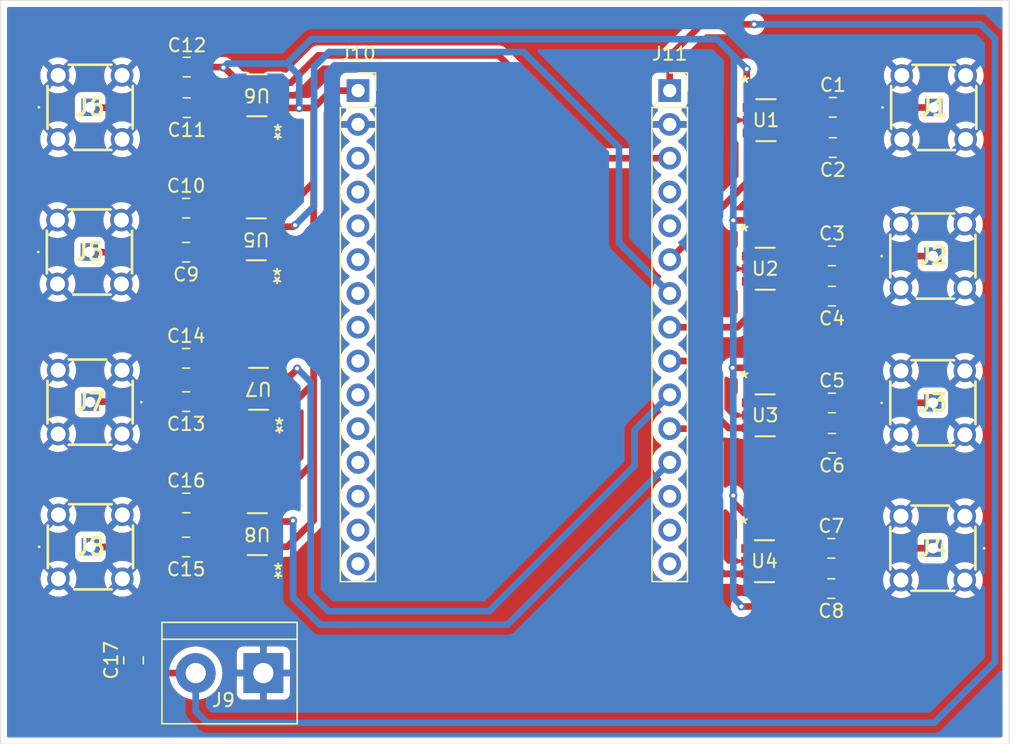
<source format=kicad_pcb>
(kicad_pcb (version 20221018) (generator pcbnew)

  (general
    (thickness 1.6)
  )

  (paper "A4")
  (layers
    (0 "F.Cu" signal)
    (31 "B.Cu" signal)
    (32 "B.Adhes" user "B.Adhesive")
    (33 "F.Adhes" user "F.Adhesive")
    (34 "B.Paste" user)
    (35 "F.Paste" user)
    (36 "B.SilkS" user "B.Silkscreen")
    (37 "F.SilkS" user "F.Silkscreen")
    (38 "B.Mask" user)
    (39 "F.Mask" user)
    (40 "Dwgs.User" user "User.Drawings")
    (41 "Cmts.User" user "User.Comments")
    (42 "Eco1.User" user "User.Eco1")
    (43 "Eco2.User" user "User.Eco2")
    (44 "Edge.Cuts" user)
    (45 "Margin" user)
    (46 "B.CrtYd" user "B.Courtyard")
    (47 "F.CrtYd" user "F.Courtyard")
    (48 "B.Fab" user)
    (49 "F.Fab" user)
    (50 "User.1" user)
    (51 "User.2" user)
    (52 "User.3" user)
    (53 "User.4" user)
    (54 "User.5" user)
    (55 "User.6" user)
    (56 "User.7" user)
    (57 "User.8" user)
    (58 "User.9" user)
  )

  (setup
    (pad_to_mask_clearance 0)
    (pcbplotparams
      (layerselection 0x00010fc_ffffffff)
      (plot_on_all_layers_selection 0x0000000_00000000)
      (disableapertmacros false)
      (usegerberextensions false)
      (usegerberattributes true)
      (usegerberadvancedattributes true)
      (creategerberjobfile true)
      (dashed_line_dash_ratio 12.000000)
      (dashed_line_gap_ratio 3.000000)
      (svgprecision 4)
      (plotframeref false)
      (viasonmask false)
      (mode 1)
      (useauxorigin false)
      (hpglpennumber 1)
      (hpglpenspeed 20)
      (hpglpendiameter 15.000000)
      (dxfpolygonmode true)
      (dxfimperialunits true)
      (dxfusepcbnewfont true)
      (psnegative false)
      (psa4output false)
      (plotreference true)
      (plotvalue true)
      (plotinvisibletext false)
      (sketchpadsonfab false)
      (subtractmaskfromsilk false)
      (outputformat 1)
      (mirror false)
      (drillshape 1)
      (scaleselection 1)
      (outputdirectory "")
    )
  )

  (net 0 "")
  (net 1 "Net-(U1-PCAP)")
  (net 2 "+3.3V")
  (net 3 "Net-(U1-RFIN)")
  (net 4 "Net-(C1-Pad2)")
  (net 5 "VCC")
  (net 6 "GND")
  (net 7 "Net-(U2-PCAP)")
  (net 8 "Net-(U2-RFIN)")
  (net 9 "Net-(C5-Pad2)")
  (net 10 "Net-(U3-PCAP)")
  (net 11 "Net-(U3-RFIN)")
  (net 12 "Net-(C3-Pad2)")
  (net 13 "Net-(U4-PCAP)")
  (net 14 "Net-(U4-RFIN)")
  (net 15 "Net-(C9-Pad2)")
  (net 16 "Net-(U5-PCAP)")
  (net 17 "Net-(U5-RFIN)")
  (net 18 "Net-(U6-PCAP)")
  (net 19 "Net-(U6-RFIN)")
  (net 20 "Net-(C13-Pad2)")
  (net 21 "Net-(U7-PCAP)")
  (net 22 "Net-(U7-RFIN)")
  (net 23 "Net-(C15-Pad2)")
  (net 24 "Net-(U8-PCAP)")
  (net 25 "Net-(U8-RFIN)")
  (net 26 "unconnected-(J10-Pin_3-Pad3)")
  (net 27 "unconnected-(J10-Pin_4-Pad4)")
  (net 28 "unconnected-(J10-Pin_5-Pad5)")
  (net 29 "unconnected-(J10-Pin_6-Pad6)")
  (net 30 "unconnected-(J10-Pin_7-Pad7)")
  (net 31 "unconnected-(J10-Pin_8-Pad8)")
  (net 32 "unconnected-(J10-Pin_9-Pad9)")
  (net 33 "unconnected-(J10-Pin_10-Pad10)")
  (net 34 "unconnected-(J10-Pin_11-Pad11)")
  (net 35 "unconnected-(J10-Pin_12-Pad12)")
  (net 36 "unconnected-(J10-Pin_13-Pad13)")
  (net 37 "unconnected-(J10-Pin_14-Pad14)")
  (net 38 "unconnected-(J10-Pin_15-Pad15)")
  (net 39 "/OUT8")
  (net 40 "unconnected-(J11-Pin_4-Pad4)")
  (net 41 "unconnected-(J11-Pin_5-Pad5)")
  (net 42 "/OUT1")
  (net 43 "/OUT7")
  (net 44 "/OUT2")
  (net 45 "/OUT3")
  (net 46 "/OUT4")
  (net 47 "/OUT5")
  (net 48 "/OUT6")
  (net 49 "unconnected-(J11-Pin_13-Pad13)")
  (net 50 "unconnected-(J11-Pin_14-Pad14)")
  (net 51 "unconnected-(J11-Pin_15-Pad15)")
  (net 52 "Net-(C7-Pad2)")
  (net 53 "Net-(C11-Pad2)")

  (footprint "LTC557ES6TRMPBF:SOT-6_S_LIT" (layer "F.Cu") (at 120.222051 67.409401 180))

  (footprint "LTC557ES6TRMPBF:SOT-6_S_LIT" (layer "F.Cu") (at 120.246851 100.3808 180))

  (footprint "Connector_PinSocket_2.54mm:PinSocket_1x15_P2.54mm_Vertical" (layer "F.Cu") (at 151.2316 67.0566))

  (footprint "Capacitor_SMD:C_0805_2012Metric" (layer "F.Cu") (at 114.8972 90.424 180))

  (footprint "Capacitor_SMD:C_0805_2012Metric" (layer "F.Cu") (at 163.3728 104.4708 180))

  (footprint "BU-SMA-G:SMACONNECTOR" (layer "F.Cu") (at 171.0052 79.4896))

  (footprint "Capacitor_SMD:C_0805_2012Metric" (layer "F.Cu") (at 163.4236 90.5262))

  (footprint "Capacitor_SMD:C_0805_2012Metric" (layer "F.Cu") (at 110.9472 109.8556 90))

  (footprint "BU-SMA-G:SMACONNECTOR" (layer "F.Cu") (at 107.7084 101.3336))

  (footprint "LTC557ES6TRMPBF:SOT-6_S_LIT" (layer "F.Cu") (at 120.171251 78.232 180))

  (footprint "Capacitor_SMD:C_0805_2012Metric" (layer "F.Cu") (at 114.8972 79.1972 180))

  (footprint "BU-SMA-G:SMACONNECTOR" (layer "F.Cu") (at 107.6328 79.1848))

  (footprint "Capacitor_SMD:C_0805_2012Metric" (layer "F.Cu") (at 163.4236 79.4772))

  (footprint "BU-SMA-G:SMACONNECTOR" (layer "F.Cu") (at 171.0052 90.5132))

  (footprint "LTC557ES6TRMPBF:SOT-6_S_LIT" (layer "F.Cu") (at 158.466749 69.2788))

  (footprint "Capacitor_SMD:C_0805_2012Metric" (layer "F.Cu") (at 163.3728 101.4482))

  (footprint "Capacitor_SMD:C_0805_2012Metric" (layer "F.Cu") (at 114.8972 101.346 180))

  (footprint "Capacitor_SMD:C_0805_2012Metric" (layer "F.Cu") (at 114.9096 98.0406))

  (footprint "Capacitor_SMD:C_0805_2012Metric" (layer "F.Cu") (at 163.4236 82.4998 180))

  (footprint "BU-SMA-G:SMACONNECTOR" (layer "F.Cu") (at 171.0684 68.326))

  (footprint "Capacitor_SMD:C_0805_2012Metric" (layer "F.Cu") (at 114.948 68.339 180))

  (footprint "Capacitor_SMD:C_0805_2012Metric" (layer "F.Cu") (at 114.948 65.291))

  (footprint "Connector_PinSocket_2.54mm:PinSocket_1x15_P2.54mm_Vertical" (layer "F.Cu") (at 127.8128 67.0566))

  (footprint "BU-SMA-G:SMACONNECTOR" (layer "F.Cu") (at 107.6836 90.4624 180))

  (footprint "TerminalBlock:TerminalBlock_bornier-2_P5.08mm" (layer "F.Cu") (at 120.7008 110.8208 180))

  (footprint "Capacitor_SMD:C_0805_2012Metric" (layer "F.Cu") (at 163.4236 93.5488 180))

  (footprint "Capacitor_SMD:C_0805_2012Metric" (layer "F.Cu") (at 163.4868 71.3362 180))

  (footprint "Capacitor_SMD:C_0805_2012Metric" (layer "F.Cu") (at 114.8972 87.1704))

  (footprint "LTC557ES6TRMPBF:SOT-6_S_LIT" (layer "F.Cu") (at 158.403549 91.455799))

  (footprint "BU-SMA-G:SMACONNECTOR" (layer "F.Cu") (at 171.0052 101.4352 180))

  (footprint "Capacitor_SMD:C_0805_2012Metric" (layer "F.Cu") (at 163.4868 68.313))

  (footprint "LTC557ES6TRMPBF:SOT-6_S_LIT" (layer "F.Cu") (at 120.336051 89.461599 180))

  (footprint "LTC557ES6TRMPBF:SOT-6_S_LIT" (layer "F.Cu") (at 158.403549 80.4424))

  (footprint "BU-SMA-G:SMACONNECTOR" (layer "F.Cu") (at 107.6836 68.3136))

  (footprint "LTC557ES6TRMPBF:SOT-6_S_LIT" (layer "F.Cu") (at 158.352749 102.4134))

  (footprint "Capacitor_SMD:C_0805_2012Metric" (layer "F.Cu")
    (tstamp ff43ebb3-2a4e-463d-8fbf-cdc58cd9257b)
    (at 114.8972 75.8918)
    (descr "Capacitor SMD 0805 (2012 Metric), square (rectangular) end terminal, IPC_7351 nominal, (Body size source: IPC-SM-782 page 76, https://www.pcb-3d.com/wordpress/wp-content/uploads/ipc-sm-782a_amendment_1_and_2.pdf, https://docs.google.com/spreadsheets/d/1BsfQQcO9C6DZCsRaXUlFlo91Tg2WpOkGARC1WS5S8t0/edit?usp=sharing), generated with kicad-footprint-generator")
    (tags "capacitor")
    (property "Sheetfile" "PCB_Monitoreo_Potencia.kicad_sch")
    (property "Sheetname" "")
    (property "ki_description" "Unpolarized capacitor")
    (property "ki_keywords" "cap capacitor")
    (path "/2f61dd49-7751-4df5-81bd-987ad66c8e86")
    (attr smd)
    (fp_text reference "C10" (at 0 -1.68) (layer "F.SilkS")
        (effects (font (size 1 1) (thickness 0.15)))
      (tstamp 9612e0ab-ced7-47ac-872f-6f2bc64e20b4)
    )
    (fp_text value "C" (at 0 1.68) (layer "F.Fab")
        (effects (font (size 1 1) (thickness 0.15)))
      (tstamp 45e1eba1-ccbb-44ac-a5c1-ca0e0cf5679c)
    )
    (fp_text user "${REFERENCE}" (at 0 0) (layer "F.Fab")
        (effects (font (size 0.5 0.5) (thickness 0.08)))
      (tstamp 8dfc08f1-e44a-4eee-9c4f-31a6ca10a38b)
    )
    (fp_line (start -0.261252 -0.735) (end 0.261252 -0.735)
      (stroke (width 0.12) (type solid)) (layer "F.SilkS") (tstamp a6169539-e292-4f2b-b99e-71110db45bd8))
    (fp_line (start -0.261252 0.735) (end 0.261252 0.735)
      (stroke (width 0.12) (type solid)) (layer "F.SilkS") (tstamp d70b15a6-6f63-484c-97bb-4206440a4e61))
    (fp_line (start -1.7 -0.98) (end 1.7 -0.98)
      (stroke (width 0.05) (type solid)) (layer "F.CrtYd") (tstamp 7e91e84e-81bd-4cbb-a69e-95b161d30f0a))
    (fp_line (start -1.7 0.98) (end -1.7 -0.98)
      (stroke (width 0.05) (type solid)) (layer "F.CrtYd") (tstamp a3566189-1769-488a-8b20-32d7ceef0944))
    (fp_line (start 1.7 -0.98) (end 1.7 0.98)
      (stroke (width 0.05) (type solid)) (layer "F.CrtYd") (tstamp c843de35-6814-4468-a33f-62fbd49eb522))
    (fp_line (start 1.7 0.98) (end -1.7 0.98)
      (stroke (width 0.05) (type solid)) (layer "F.CrtYd") (tstamp d1ee5775-e5c7-4d44-a92b-678db9e5c15e))
    (fp_line (start -1 -0.625) (end 1 -0.625)
      (stroke (width 0.1) (type solid)) (layer "F.Fab") (tstamp ca9b3d85-b1f3-4963-8c89-fac905d3b7a1))
    (fp_line (start -1 0.625) (end -1 -0.625)
      (stroke (width 0.1) (type solid)) (layer "F.Fab") (tstamp 0181b251-deb3-463f-a61e-2c5ae6b641b8))
    (fp_line (start 1 -0.625) (end 1 0.625)
      (stroke (width 0.1) (type solid)) (layer "F.Fab") (tstamp 7fb9768c-0119-40ea-96b8-8deed6ffd19f))
    (fp_line (start 1 0.625) (end -1 0.625)
      (stroke (width 0.1) (type solid)) (layer "F.Fab") (tstamp 68761fda-7eed-4c80-93c3-c518470dbdb3))
    (pad "1" smd roundrect (at -0.95 0) (size 1 1.45) (layers "F.Cu" "F.Paste" "F.Mask") (roundrect_rratio 0.25)
      (net 16 "Net-(U5-PCAP)") (pintype "passive") (tstamp 74331305-410b-4f60-bee8-b80dff7209a1))
    (pad "2" smd roundrect (at 0.95 0) (size 1 
... [523386 chars truncated]
</source>
